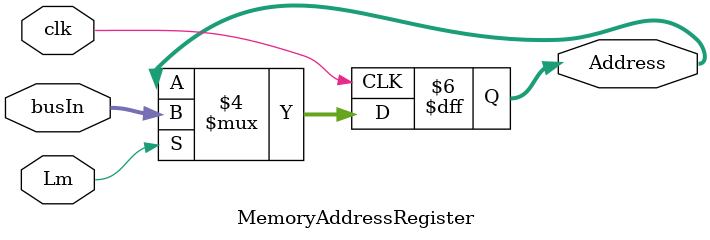
<source format=v>
module MemoryAddressRegister (
    clk,        // <i
    Lm,         // <i
    busIn,      // <i
    Address     // >o
);

input clk, Lm;
input [3:0] busIn;
output [3:0] Address;

reg [3:0] Address;

initial begin
    Address = 4'd0;
end


always @(posedge clk) begin
    if (Lm) begin
        Address = busIn;
    end
    else begin
        Address = Address;
    end
end

endmodule

</source>
